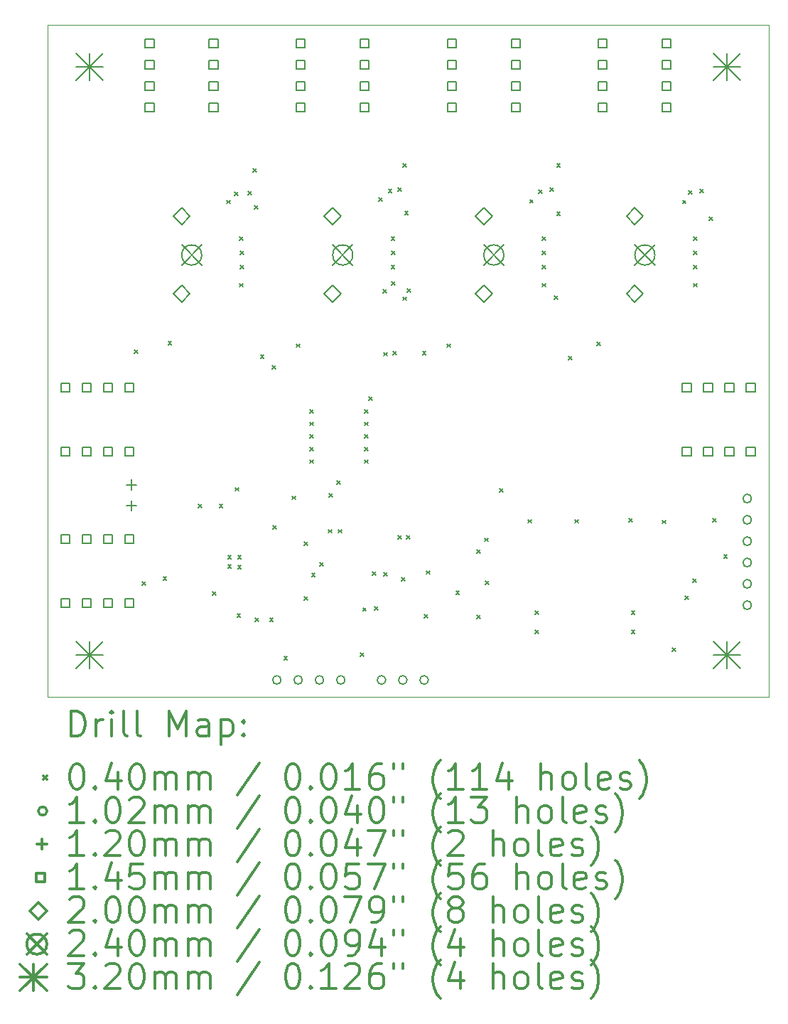
<source format=gbr>
%FSLAX45Y45*%
G04 Gerber Fmt 4.5, Leading zero omitted, Abs format (unit mm)*
G04 Created by KiCad (PCBNEW 5.0.2-bee76a0~70~ubuntu18.04.1) date So 10 Mär 2019 09:39:06 CET*
%MOMM*%
%LPD*%
G01*
G04 APERTURE LIST*
%ADD10C,0.100000*%
%ADD11C,0.200000*%
%ADD12C,0.300000*%
G04 APERTURE END LIST*
D10*
X10400000Y-13800000D02*
X10400000Y-5800000D01*
X19000000Y-13800000D02*
X10400000Y-13800000D01*
X19000000Y-5800000D02*
X19000000Y-13800000D01*
X10400000Y-5800000D02*
X19000000Y-5800000D01*
D11*
X11440000Y-9670000D02*
X11480000Y-9710000D01*
X11480000Y-9670000D02*
X11440000Y-9710000D01*
X11530000Y-12430000D02*
X11570000Y-12470000D01*
X11570000Y-12430000D02*
X11530000Y-12470000D01*
X11780000Y-12370000D02*
X11820000Y-12410000D01*
X11820000Y-12370000D02*
X11780000Y-12410000D01*
X11840000Y-9570000D02*
X11880000Y-9610000D01*
X11880000Y-9570000D02*
X11840000Y-9610000D01*
X12200000Y-11510000D02*
X12240000Y-11550000D01*
X12240000Y-11510000D02*
X12200000Y-11550000D01*
X12370000Y-12550000D02*
X12410000Y-12590000D01*
X12410000Y-12550000D02*
X12370000Y-12590000D01*
X12450000Y-11510000D02*
X12490000Y-11550000D01*
X12490000Y-11510000D02*
X12450000Y-11550000D01*
X12540000Y-7890000D02*
X12580000Y-7930000D01*
X12580000Y-7890000D02*
X12540000Y-7930000D01*
X12550000Y-12230000D02*
X12590000Y-12270000D01*
X12590000Y-12230000D02*
X12550000Y-12270000D01*
X12551250Y-12116250D02*
X12591250Y-12156250D01*
X12591250Y-12116250D02*
X12551250Y-12156250D01*
X12630000Y-7790000D02*
X12670000Y-7830000D01*
X12670000Y-7790000D02*
X12630000Y-7830000D01*
X12640000Y-11310000D02*
X12680000Y-11350000D01*
X12680000Y-11310000D02*
X12640000Y-11350000D01*
X12660000Y-12810000D02*
X12700000Y-12850000D01*
X12700000Y-12810000D02*
X12660000Y-12850000D01*
X12668750Y-12116250D02*
X12708750Y-12156250D01*
X12708750Y-12116250D02*
X12668750Y-12156250D01*
X12668750Y-12233750D02*
X12708750Y-12273750D01*
X12708750Y-12233750D02*
X12668750Y-12273750D01*
X12690000Y-8880000D02*
X12730000Y-8920000D01*
X12730000Y-8880000D02*
X12690000Y-8920000D01*
X12693282Y-8325077D02*
X12733282Y-8365077D01*
X12733282Y-8325077D02*
X12693282Y-8365077D01*
X12696718Y-8495077D02*
X12736718Y-8535077D01*
X12736718Y-8495077D02*
X12696718Y-8535077D01*
X12696718Y-8665077D02*
X12736718Y-8705077D01*
X12736718Y-8665077D02*
X12696718Y-8705077D01*
X12790000Y-7780000D02*
X12830000Y-7820000D01*
X12830000Y-7780000D02*
X12790000Y-7820000D01*
X12850000Y-7510000D02*
X12890000Y-7550000D01*
X12890000Y-7510000D02*
X12850000Y-7550000D01*
X12870000Y-7950000D02*
X12910000Y-7990000D01*
X12910000Y-7950000D02*
X12870000Y-7990000D01*
X12880000Y-12860000D02*
X12920000Y-12900000D01*
X12920000Y-12860000D02*
X12880000Y-12900000D01*
X12940000Y-9730000D02*
X12980000Y-9770000D01*
X12980000Y-9730000D02*
X12940000Y-9770000D01*
X13050000Y-12860000D02*
X13090000Y-12900000D01*
X13090000Y-12860000D02*
X13050000Y-12900000D01*
X13080000Y-9860000D02*
X13120000Y-9900000D01*
X13120000Y-9860000D02*
X13080000Y-9900000D01*
X13090000Y-11760000D02*
X13130000Y-11800000D01*
X13130000Y-11760000D02*
X13090000Y-11800000D01*
X13220000Y-13320000D02*
X13260000Y-13360000D01*
X13260000Y-13320000D02*
X13220000Y-13360000D01*
X13320000Y-11410000D02*
X13360000Y-11450000D01*
X13360000Y-11410000D02*
X13320000Y-11450000D01*
X13370000Y-9600000D02*
X13410000Y-9640000D01*
X13410000Y-9600000D02*
X13370000Y-9640000D01*
X13460000Y-11960000D02*
X13500000Y-12000000D01*
X13500000Y-11960000D02*
X13460000Y-12000000D01*
X13460000Y-12610000D02*
X13500000Y-12650000D01*
X13500000Y-12610000D02*
X13460000Y-12650000D01*
X13530000Y-10380000D02*
X13570000Y-10420000D01*
X13570000Y-10380000D02*
X13530000Y-10420000D01*
X13530000Y-10530000D02*
X13570000Y-10570000D01*
X13570000Y-10530000D02*
X13530000Y-10570000D01*
X13530000Y-10680000D02*
X13570000Y-10720000D01*
X13570000Y-10680000D02*
X13530000Y-10720000D01*
X13530000Y-10830000D02*
X13570000Y-10870000D01*
X13570000Y-10830000D02*
X13530000Y-10870000D01*
X13530000Y-10980000D02*
X13570000Y-11020000D01*
X13570000Y-10980000D02*
X13530000Y-11020000D01*
X13550000Y-12327500D02*
X13590000Y-12367500D01*
X13590000Y-12327500D02*
X13550000Y-12367500D01*
X13650000Y-12200000D02*
X13690000Y-12240000D01*
X13690000Y-12200000D02*
X13650000Y-12240000D01*
X13750000Y-11810000D02*
X13790000Y-11850000D01*
X13790000Y-11810000D02*
X13750000Y-11850000D01*
X13760000Y-11380000D02*
X13800000Y-11420000D01*
X13800000Y-11380000D02*
X13760000Y-11420000D01*
X13850000Y-11230000D02*
X13890000Y-11270000D01*
X13890000Y-11230000D02*
X13850000Y-11270000D01*
X13870000Y-11810000D02*
X13910000Y-11850000D01*
X13910000Y-11810000D02*
X13870000Y-11850000D01*
X14130000Y-13280000D02*
X14170000Y-13320000D01*
X14170000Y-13280000D02*
X14130000Y-13320000D01*
X14160000Y-12740000D02*
X14200000Y-12780000D01*
X14200000Y-12740000D02*
X14160000Y-12780000D01*
X14180000Y-10380000D02*
X14220000Y-10420000D01*
X14220000Y-10380000D02*
X14180000Y-10420000D01*
X14180000Y-10530000D02*
X14220000Y-10570000D01*
X14220000Y-10530000D02*
X14180000Y-10570000D01*
X14180000Y-10680000D02*
X14220000Y-10720000D01*
X14220000Y-10680000D02*
X14180000Y-10720000D01*
X14180000Y-10830000D02*
X14220000Y-10870000D01*
X14220000Y-10830000D02*
X14180000Y-10870000D01*
X14180000Y-10980000D02*
X14220000Y-11020000D01*
X14220000Y-10980000D02*
X14180000Y-11020000D01*
X14230000Y-10230000D02*
X14270000Y-10270000D01*
X14270000Y-10230000D02*
X14230000Y-10270000D01*
X14275500Y-12314500D02*
X14315500Y-12354500D01*
X14315500Y-12314500D02*
X14275500Y-12354500D01*
X14300000Y-12730000D02*
X14340000Y-12770000D01*
X14340000Y-12730000D02*
X14300000Y-12770000D01*
X14350000Y-7860000D02*
X14390000Y-7900000D01*
X14390000Y-7860000D02*
X14350000Y-7900000D01*
X14400000Y-8950000D02*
X14440000Y-8990000D01*
X14440000Y-8950000D02*
X14400000Y-8990000D01*
X14410000Y-9700000D02*
X14450000Y-9740000D01*
X14450000Y-9700000D02*
X14410000Y-9740000D01*
X14410000Y-12320000D02*
X14450000Y-12360000D01*
X14450000Y-12320000D02*
X14410000Y-12360000D01*
X14464031Y-7754964D02*
X14504031Y-7794964D01*
X14504031Y-7754964D02*
X14464031Y-7794964D01*
X14497696Y-8324691D02*
X14537696Y-8364691D01*
X14537696Y-8324691D02*
X14497696Y-8364691D01*
X14497696Y-8664691D02*
X14537696Y-8704691D01*
X14537696Y-8664691D02*
X14497696Y-8704691D01*
X14500000Y-8860000D02*
X14540000Y-8900000D01*
X14540000Y-8860000D02*
X14500000Y-8900000D01*
X14500585Y-8495851D02*
X14540585Y-8535851D01*
X14540585Y-8495851D02*
X14500585Y-8535851D01*
X14520000Y-9690000D02*
X14560000Y-9730000D01*
X14560000Y-9690000D02*
X14520000Y-9730000D01*
X14580000Y-7740000D02*
X14620000Y-7780000D01*
X14620000Y-7740000D02*
X14580000Y-7780000D01*
X14580000Y-11880000D02*
X14620000Y-11920000D01*
X14620000Y-11880000D02*
X14580000Y-11920000D01*
X14620000Y-12380000D02*
X14660000Y-12420000D01*
X14660000Y-12380000D02*
X14620000Y-12420000D01*
X14640000Y-7450000D02*
X14680000Y-7490000D01*
X14680000Y-7450000D02*
X14640000Y-7490000D01*
X14640000Y-9040000D02*
X14680000Y-9080000D01*
X14680000Y-9040000D02*
X14640000Y-9080000D01*
X14660000Y-8020000D02*
X14700000Y-8060000D01*
X14700000Y-8020000D02*
X14660000Y-8060000D01*
X14680000Y-11880000D02*
X14720000Y-11920000D01*
X14720000Y-11880000D02*
X14680000Y-11920000D01*
X14690000Y-8940000D02*
X14730000Y-8980000D01*
X14730000Y-8940000D02*
X14690000Y-8980000D01*
X14870000Y-9690000D02*
X14910000Y-9730000D01*
X14910000Y-9690000D02*
X14870000Y-9730000D01*
X14890000Y-12820000D02*
X14930000Y-12860000D01*
X14930000Y-12820000D02*
X14890000Y-12860000D01*
X14920000Y-12300000D02*
X14960000Y-12340000D01*
X14960000Y-12300000D02*
X14920000Y-12340000D01*
X15160000Y-9600000D02*
X15200000Y-9640000D01*
X15200000Y-9600000D02*
X15160000Y-9640000D01*
X15270000Y-12540000D02*
X15310000Y-12580000D01*
X15310000Y-12540000D02*
X15270000Y-12580000D01*
X15520000Y-12050000D02*
X15560000Y-12090000D01*
X15560000Y-12050000D02*
X15520000Y-12090000D01*
X15520000Y-12830000D02*
X15560000Y-12870000D01*
X15560000Y-12830000D02*
X15520000Y-12870000D01*
X15610000Y-11910000D02*
X15650000Y-11950000D01*
X15650000Y-11910000D02*
X15610000Y-11950000D01*
X15620000Y-12420000D02*
X15660000Y-12460000D01*
X15660000Y-12420000D02*
X15620000Y-12460000D01*
X15790000Y-11320000D02*
X15830000Y-11360000D01*
X15830000Y-11320000D02*
X15790000Y-11360000D01*
X16130000Y-11690000D02*
X16170000Y-11730000D01*
X16170000Y-11690000D02*
X16130000Y-11730000D01*
X16150000Y-7880000D02*
X16190000Y-7920000D01*
X16190000Y-7880000D02*
X16150000Y-7920000D01*
X16210000Y-12780000D02*
X16250000Y-12820000D01*
X16250000Y-12780000D02*
X16210000Y-12820000D01*
X16210000Y-13010000D02*
X16250000Y-13050000D01*
X16250000Y-13010000D02*
X16210000Y-13050000D01*
X16253729Y-7764661D02*
X16293729Y-7804661D01*
X16293729Y-7764661D02*
X16253729Y-7804661D01*
X16297696Y-8324691D02*
X16337696Y-8364691D01*
X16337696Y-8324691D02*
X16297696Y-8364691D01*
X16299415Y-8495851D02*
X16339415Y-8535851D01*
X16339415Y-8495851D02*
X16299415Y-8535851D01*
X16299415Y-8665851D02*
X16339415Y-8705851D01*
X16339415Y-8665851D02*
X16299415Y-8705851D01*
X16300000Y-8880000D02*
X16340000Y-8920000D01*
X16340000Y-8880000D02*
X16300000Y-8920000D01*
X16390000Y-7740000D02*
X16430000Y-7780000D01*
X16430000Y-7740000D02*
X16390000Y-7780000D01*
X16440000Y-9030000D02*
X16480000Y-9070000D01*
X16480000Y-9030000D02*
X16440000Y-9070000D01*
X16470000Y-7450000D02*
X16510000Y-7490000D01*
X16510000Y-7450000D02*
X16470000Y-7490000D01*
X16470000Y-8030000D02*
X16510000Y-8070000D01*
X16510000Y-8030000D02*
X16470000Y-8070000D01*
X16610000Y-9750000D02*
X16650000Y-9790000D01*
X16650000Y-9750000D02*
X16610000Y-9790000D01*
X16690000Y-11690000D02*
X16730000Y-11730000D01*
X16730000Y-11690000D02*
X16690000Y-11730000D01*
X16950000Y-9580000D02*
X16990000Y-9620000D01*
X16990000Y-9580000D02*
X16950000Y-9620000D01*
X17330000Y-11680000D02*
X17370000Y-11720000D01*
X17370000Y-11680000D02*
X17330000Y-11720000D01*
X17360000Y-12780000D02*
X17400000Y-12820000D01*
X17400000Y-12780000D02*
X17360000Y-12820000D01*
X17360000Y-13010000D02*
X17400000Y-13050000D01*
X17400000Y-13010000D02*
X17360000Y-13050000D01*
X17730000Y-11700000D02*
X17770000Y-11740000D01*
X17770000Y-11700000D02*
X17730000Y-11740000D01*
X17850000Y-13220000D02*
X17890000Y-13260000D01*
X17890000Y-13220000D02*
X17850000Y-13260000D01*
X17970000Y-7890000D02*
X18010000Y-7930000D01*
X18010000Y-7890000D02*
X17970000Y-7930000D01*
X18000000Y-12600000D02*
X18040000Y-12640000D01*
X18040000Y-12600000D02*
X18000000Y-12640000D01*
X18041305Y-7772610D02*
X18081305Y-7812610D01*
X18081305Y-7772610D02*
X18041305Y-7812610D01*
X18090000Y-12395000D02*
X18130000Y-12435000D01*
X18130000Y-12395000D02*
X18090000Y-12435000D01*
X18099415Y-8325851D02*
X18139415Y-8365851D01*
X18139415Y-8325851D02*
X18099415Y-8365851D01*
X18099415Y-8495851D02*
X18139415Y-8535851D01*
X18139415Y-8495851D02*
X18099415Y-8535851D01*
X18100000Y-8880000D02*
X18140000Y-8920000D01*
X18140000Y-8880000D02*
X18100000Y-8920000D01*
X18100126Y-8666176D02*
X18140126Y-8706176D01*
X18140126Y-8666176D02*
X18100126Y-8706176D01*
X18180000Y-7760000D02*
X18220000Y-7800000D01*
X18220000Y-7760000D02*
X18180000Y-7800000D01*
X18290000Y-8090000D02*
X18330000Y-8130000D01*
X18330000Y-8090000D02*
X18290000Y-8130000D01*
X18330000Y-11680000D02*
X18370000Y-11720000D01*
X18370000Y-11680000D02*
X18330000Y-11720000D01*
X18460000Y-12110000D02*
X18500000Y-12150000D01*
X18500000Y-12110000D02*
X18460000Y-12150000D01*
X14432800Y-13600000D02*
G75*
G03X14432800Y-13600000I-50800J0D01*
G01*
X14686800Y-13600000D02*
G75*
G03X14686800Y-13600000I-50800J0D01*
G01*
X14940800Y-13600000D02*
G75*
G03X14940800Y-13600000I-50800J0D01*
G01*
X13185800Y-13600000D02*
G75*
G03X13185800Y-13600000I-50800J0D01*
G01*
X13439800Y-13600000D02*
G75*
G03X13439800Y-13600000I-50800J0D01*
G01*
X13693800Y-13600000D02*
G75*
G03X13693800Y-13600000I-50800J0D01*
G01*
X13947800Y-13600000D02*
G75*
G03X13947800Y-13600000I-50800J0D01*
G01*
X18790800Y-11440000D02*
G75*
G03X18790800Y-11440000I-50800J0D01*
G01*
X18790800Y-11694000D02*
G75*
G03X18790800Y-11694000I-50800J0D01*
G01*
X18790800Y-11948000D02*
G75*
G03X18790800Y-11948000I-50800J0D01*
G01*
X18790800Y-12202000D02*
G75*
G03X18790800Y-12202000I-50800J0D01*
G01*
X18790800Y-12456000D02*
G75*
G03X18790800Y-12456000I-50800J0D01*
G01*
X18790800Y-12710000D02*
G75*
G03X18790800Y-12710000I-50800J0D01*
G01*
X11400000Y-11215000D02*
X11400000Y-11335000D01*
X11340000Y-11275000D02*
X11460000Y-11275000D01*
X11400000Y-11465000D02*
X11400000Y-11585000D01*
X11340000Y-11525000D02*
X11460000Y-11525000D01*
X18070266Y-10170266D02*
X18070266Y-10067734D01*
X17967734Y-10067734D01*
X17967734Y-10170266D01*
X18070266Y-10170266D01*
X18070266Y-10932266D02*
X18070266Y-10829734D01*
X17967734Y-10829734D01*
X17967734Y-10932266D01*
X18070266Y-10932266D01*
X18324266Y-10170266D02*
X18324266Y-10067734D01*
X18221734Y-10067734D01*
X18221734Y-10170266D01*
X18324266Y-10170266D01*
X18324266Y-10932266D02*
X18324266Y-10829734D01*
X18221734Y-10829734D01*
X18221734Y-10932266D01*
X18324266Y-10932266D01*
X18578266Y-10170266D02*
X18578266Y-10067734D01*
X18475734Y-10067734D01*
X18475734Y-10170266D01*
X18578266Y-10170266D01*
X18578266Y-10932266D02*
X18578266Y-10829734D01*
X18475734Y-10829734D01*
X18475734Y-10932266D01*
X18578266Y-10932266D01*
X18832266Y-10170266D02*
X18832266Y-10067734D01*
X18729734Y-10067734D01*
X18729734Y-10170266D01*
X18832266Y-10170266D01*
X18832266Y-10932266D02*
X18832266Y-10829734D01*
X18729734Y-10829734D01*
X18729734Y-10932266D01*
X18832266Y-10932266D01*
X10670266Y-10170266D02*
X10670266Y-10067734D01*
X10567734Y-10067734D01*
X10567734Y-10170266D01*
X10670266Y-10170266D01*
X10670266Y-10932266D02*
X10670266Y-10829734D01*
X10567734Y-10829734D01*
X10567734Y-10932266D01*
X10670266Y-10932266D01*
X10924266Y-10170266D02*
X10924266Y-10067734D01*
X10821734Y-10067734D01*
X10821734Y-10170266D01*
X10924266Y-10170266D01*
X10924266Y-10932266D02*
X10924266Y-10829734D01*
X10821734Y-10829734D01*
X10821734Y-10932266D01*
X10924266Y-10932266D01*
X11178266Y-10170266D02*
X11178266Y-10067734D01*
X11075734Y-10067734D01*
X11075734Y-10170266D01*
X11178266Y-10170266D01*
X11178266Y-10932266D02*
X11178266Y-10829734D01*
X11075734Y-10829734D01*
X11075734Y-10932266D01*
X11178266Y-10932266D01*
X11432266Y-10170266D02*
X11432266Y-10067734D01*
X11329734Y-10067734D01*
X11329734Y-10170266D01*
X11432266Y-10170266D01*
X11432266Y-10932266D02*
X11432266Y-10829734D01*
X11329734Y-10829734D01*
X11329734Y-10932266D01*
X11432266Y-10932266D01*
X17070266Y-6070266D02*
X17070266Y-5967734D01*
X16967734Y-5967734D01*
X16967734Y-6070266D01*
X17070266Y-6070266D01*
X17070266Y-6324266D02*
X17070266Y-6221734D01*
X16967734Y-6221734D01*
X16967734Y-6324266D01*
X17070266Y-6324266D01*
X17070266Y-6578266D02*
X17070266Y-6475734D01*
X16967734Y-6475734D01*
X16967734Y-6578266D01*
X17070266Y-6578266D01*
X17070266Y-6832266D02*
X17070266Y-6729734D01*
X16967734Y-6729734D01*
X16967734Y-6832266D01*
X17070266Y-6832266D01*
X17832266Y-6070266D02*
X17832266Y-5967734D01*
X17729734Y-5967734D01*
X17729734Y-6070266D01*
X17832266Y-6070266D01*
X17832266Y-6324266D02*
X17832266Y-6221734D01*
X17729734Y-6221734D01*
X17729734Y-6324266D01*
X17832266Y-6324266D01*
X17832266Y-6578266D02*
X17832266Y-6475734D01*
X17729734Y-6475734D01*
X17729734Y-6578266D01*
X17832266Y-6578266D01*
X17832266Y-6832266D02*
X17832266Y-6729734D01*
X17729734Y-6729734D01*
X17729734Y-6832266D01*
X17832266Y-6832266D01*
X15270266Y-6070266D02*
X15270266Y-5967734D01*
X15167734Y-5967734D01*
X15167734Y-6070266D01*
X15270266Y-6070266D01*
X15270266Y-6324266D02*
X15270266Y-6221734D01*
X15167734Y-6221734D01*
X15167734Y-6324266D01*
X15270266Y-6324266D01*
X15270266Y-6578266D02*
X15270266Y-6475734D01*
X15167734Y-6475734D01*
X15167734Y-6578266D01*
X15270266Y-6578266D01*
X15270266Y-6832266D02*
X15270266Y-6729734D01*
X15167734Y-6729734D01*
X15167734Y-6832266D01*
X15270266Y-6832266D01*
X16032266Y-6070266D02*
X16032266Y-5967734D01*
X15929734Y-5967734D01*
X15929734Y-6070266D01*
X16032266Y-6070266D01*
X16032266Y-6324266D02*
X16032266Y-6221734D01*
X15929734Y-6221734D01*
X15929734Y-6324266D01*
X16032266Y-6324266D01*
X16032266Y-6578266D02*
X16032266Y-6475734D01*
X15929734Y-6475734D01*
X15929734Y-6578266D01*
X16032266Y-6578266D01*
X16032266Y-6832266D02*
X16032266Y-6729734D01*
X15929734Y-6729734D01*
X15929734Y-6832266D01*
X16032266Y-6832266D01*
X13470266Y-6070266D02*
X13470266Y-5967734D01*
X13367734Y-5967734D01*
X13367734Y-6070266D01*
X13470266Y-6070266D01*
X13470266Y-6324266D02*
X13470266Y-6221734D01*
X13367734Y-6221734D01*
X13367734Y-6324266D01*
X13470266Y-6324266D01*
X13470266Y-6578266D02*
X13470266Y-6475734D01*
X13367734Y-6475734D01*
X13367734Y-6578266D01*
X13470266Y-6578266D01*
X13470266Y-6832266D02*
X13470266Y-6729734D01*
X13367734Y-6729734D01*
X13367734Y-6832266D01*
X13470266Y-6832266D01*
X14232266Y-6070266D02*
X14232266Y-5967734D01*
X14129734Y-5967734D01*
X14129734Y-6070266D01*
X14232266Y-6070266D01*
X14232266Y-6324266D02*
X14232266Y-6221734D01*
X14129734Y-6221734D01*
X14129734Y-6324266D01*
X14232266Y-6324266D01*
X14232266Y-6578266D02*
X14232266Y-6475734D01*
X14129734Y-6475734D01*
X14129734Y-6578266D01*
X14232266Y-6578266D01*
X14232266Y-6832266D02*
X14232266Y-6729734D01*
X14129734Y-6729734D01*
X14129734Y-6832266D01*
X14232266Y-6832266D01*
X11670266Y-6070266D02*
X11670266Y-5967734D01*
X11567734Y-5967734D01*
X11567734Y-6070266D01*
X11670266Y-6070266D01*
X11670266Y-6324266D02*
X11670266Y-6221734D01*
X11567734Y-6221734D01*
X11567734Y-6324266D01*
X11670266Y-6324266D01*
X11670266Y-6578266D02*
X11670266Y-6475734D01*
X11567734Y-6475734D01*
X11567734Y-6578266D01*
X11670266Y-6578266D01*
X11670266Y-6832266D02*
X11670266Y-6729734D01*
X11567734Y-6729734D01*
X11567734Y-6832266D01*
X11670266Y-6832266D01*
X12432266Y-6070266D02*
X12432266Y-5967734D01*
X12329734Y-5967734D01*
X12329734Y-6070266D01*
X12432266Y-6070266D01*
X12432266Y-6324266D02*
X12432266Y-6221734D01*
X12329734Y-6221734D01*
X12329734Y-6324266D01*
X12432266Y-6324266D01*
X12432266Y-6578266D02*
X12432266Y-6475734D01*
X12329734Y-6475734D01*
X12329734Y-6578266D01*
X12432266Y-6578266D01*
X12432266Y-6832266D02*
X12432266Y-6729734D01*
X12329734Y-6729734D01*
X12329734Y-6832266D01*
X12432266Y-6832266D01*
X10670266Y-11970266D02*
X10670266Y-11867734D01*
X10567734Y-11867734D01*
X10567734Y-11970266D01*
X10670266Y-11970266D01*
X10670266Y-12732266D02*
X10670266Y-12629734D01*
X10567734Y-12629734D01*
X10567734Y-12732266D01*
X10670266Y-12732266D01*
X10924266Y-11970266D02*
X10924266Y-11867734D01*
X10821734Y-11867734D01*
X10821734Y-11970266D01*
X10924266Y-11970266D01*
X10924266Y-12732266D02*
X10924266Y-12629734D01*
X10821734Y-12629734D01*
X10821734Y-12732266D01*
X10924266Y-12732266D01*
X11178266Y-11970266D02*
X11178266Y-11867734D01*
X11075734Y-11867734D01*
X11075734Y-11970266D01*
X11178266Y-11970266D01*
X11178266Y-12732266D02*
X11178266Y-12629734D01*
X11075734Y-12629734D01*
X11075734Y-12732266D01*
X11178266Y-12732266D01*
X11432266Y-11970266D02*
X11432266Y-11867734D01*
X11329734Y-11867734D01*
X11329734Y-11970266D01*
X11432266Y-11970266D01*
X11432266Y-12732266D02*
X11432266Y-12629734D01*
X11329734Y-12629734D01*
X11329734Y-12732266D01*
X11432266Y-12732266D01*
X15600000Y-8180000D02*
X15700000Y-8080000D01*
X15600000Y-7980000D01*
X15500000Y-8080000D01*
X15600000Y-8180000D01*
X15600000Y-9100000D02*
X15700000Y-9000000D01*
X15600000Y-8900000D01*
X15500000Y-9000000D01*
X15600000Y-9100000D01*
X12000000Y-8180000D02*
X12100000Y-8080000D01*
X12000000Y-7980000D01*
X11900000Y-8080000D01*
X12000000Y-8180000D01*
X12000000Y-9100000D02*
X12100000Y-9000000D01*
X12000000Y-8900000D01*
X11900000Y-9000000D01*
X12000000Y-9100000D01*
X17400000Y-8180000D02*
X17500000Y-8080000D01*
X17400000Y-7980000D01*
X17300000Y-8080000D01*
X17400000Y-8180000D01*
X17400000Y-9100000D02*
X17500000Y-9000000D01*
X17400000Y-8900000D01*
X17300000Y-9000000D01*
X17400000Y-9100000D01*
X13800000Y-8180000D02*
X13900000Y-8080000D01*
X13800000Y-7980000D01*
X13700000Y-8080000D01*
X13800000Y-8180000D01*
X13800000Y-9100000D02*
X13900000Y-9000000D01*
X13800000Y-8900000D01*
X13700000Y-9000000D01*
X13800000Y-9100000D01*
X15600000Y-8420000D02*
X15840000Y-8660000D01*
X15840000Y-8420000D02*
X15600000Y-8660000D01*
X15840000Y-8540000D02*
G75*
G03X15840000Y-8540000I-120000J0D01*
G01*
X12000000Y-8420000D02*
X12240000Y-8660000D01*
X12240000Y-8420000D02*
X12000000Y-8660000D01*
X12240000Y-8540000D02*
G75*
G03X12240000Y-8540000I-120000J0D01*
G01*
X17400000Y-8420000D02*
X17640000Y-8660000D01*
X17640000Y-8420000D02*
X17400000Y-8660000D01*
X17640000Y-8540000D02*
G75*
G03X17640000Y-8540000I-120000J0D01*
G01*
X13800000Y-8420000D02*
X14040000Y-8660000D01*
X14040000Y-8420000D02*
X13800000Y-8660000D01*
X14040000Y-8540000D02*
G75*
G03X14040000Y-8540000I-120000J0D01*
G01*
X10740000Y-6140000D02*
X11060000Y-6460000D01*
X11060000Y-6140000D02*
X10740000Y-6460000D01*
X10900000Y-6140000D02*
X10900000Y-6460000D01*
X10740000Y-6300000D02*
X11060000Y-6300000D01*
X10740000Y-13140000D02*
X11060000Y-13460000D01*
X11060000Y-13140000D02*
X10740000Y-13460000D01*
X10900000Y-13140000D02*
X10900000Y-13460000D01*
X10740000Y-13300000D02*
X11060000Y-13300000D01*
X18340000Y-6140000D02*
X18660000Y-6460000D01*
X18660000Y-6140000D02*
X18340000Y-6460000D01*
X18500000Y-6140000D02*
X18500000Y-6460000D01*
X18340000Y-6300000D02*
X18660000Y-6300000D01*
X18340000Y-13140000D02*
X18660000Y-13460000D01*
X18660000Y-13140000D02*
X18340000Y-13460000D01*
X18500000Y-13140000D02*
X18500000Y-13460000D01*
X18340000Y-13300000D02*
X18660000Y-13300000D01*
D12*
X10681428Y-14270714D02*
X10681428Y-13970714D01*
X10752857Y-13970714D01*
X10795714Y-13985000D01*
X10824286Y-14013571D01*
X10838571Y-14042143D01*
X10852857Y-14099286D01*
X10852857Y-14142143D01*
X10838571Y-14199286D01*
X10824286Y-14227857D01*
X10795714Y-14256429D01*
X10752857Y-14270714D01*
X10681428Y-14270714D01*
X10981428Y-14270714D02*
X10981428Y-14070714D01*
X10981428Y-14127857D02*
X10995714Y-14099286D01*
X11010000Y-14085000D01*
X11038571Y-14070714D01*
X11067143Y-14070714D01*
X11167143Y-14270714D02*
X11167143Y-14070714D01*
X11167143Y-13970714D02*
X11152857Y-13985000D01*
X11167143Y-13999286D01*
X11181428Y-13985000D01*
X11167143Y-13970714D01*
X11167143Y-13999286D01*
X11352857Y-14270714D02*
X11324286Y-14256429D01*
X11310000Y-14227857D01*
X11310000Y-13970714D01*
X11510000Y-14270714D02*
X11481428Y-14256429D01*
X11467143Y-14227857D01*
X11467143Y-13970714D01*
X11852857Y-14270714D02*
X11852857Y-13970714D01*
X11952857Y-14185000D01*
X12052857Y-13970714D01*
X12052857Y-14270714D01*
X12324286Y-14270714D02*
X12324286Y-14113571D01*
X12310000Y-14085000D01*
X12281428Y-14070714D01*
X12224286Y-14070714D01*
X12195714Y-14085000D01*
X12324286Y-14256429D02*
X12295714Y-14270714D01*
X12224286Y-14270714D01*
X12195714Y-14256429D01*
X12181428Y-14227857D01*
X12181428Y-14199286D01*
X12195714Y-14170714D01*
X12224286Y-14156429D01*
X12295714Y-14156429D01*
X12324286Y-14142143D01*
X12467143Y-14070714D02*
X12467143Y-14370714D01*
X12467143Y-14085000D02*
X12495714Y-14070714D01*
X12552857Y-14070714D01*
X12581428Y-14085000D01*
X12595714Y-14099286D01*
X12610000Y-14127857D01*
X12610000Y-14213571D01*
X12595714Y-14242143D01*
X12581428Y-14256429D01*
X12552857Y-14270714D01*
X12495714Y-14270714D01*
X12467143Y-14256429D01*
X12738571Y-14242143D02*
X12752857Y-14256429D01*
X12738571Y-14270714D01*
X12724286Y-14256429D01*
X12738571Y-14242143D01*
X12738571Y-14270714D01*
X12738571Y-14085000D02*
X12752857Y-14099286D01*
X12738571Y-14113571D01*
X12724286Y-14099286D01*
X12738571Y-14085000D01*
X12738571Y-14113571D01*
X10355000Y-14745000D02*
X10395000Y-14785000D01*
X10395000Y-14745000D02*
X10355000Y-14785000D01*
X10738571Y-14600714D02*
X10767143Y-14600714D01*
X10795714Y-14615000D01*
X10810000Y-14629286D01*
X10824286Y-14657857D01*
X10838571Y-14715000D01*
X10838571Y-14786429D01*
X10824286Y-14843571D01*
X10810000Y-14872143D01*
X10795714Y-14886429D01*
X10767143Y-14900714D01*
X10738571Y-14900714D01*
X10710000Y-14886429D01*
X10695714Y-14872143D01*
X10681428Y-14843571D01*
X10667143Y-14786429D01*
X10667143Y-14715000D01*
X10681428Y-14657857D01*
X10695714Y-14629286D01*
X10710000Y-14615000D01*
X10738571Y-14600714D01*
X10967143Y-14872143D02*
X10981428Y-14886429D01*
X10967143Y-14900714D01*
X10952857Y-14886429D01*
X10967143Y-14872143D01*
X10967143Y-14900714D01*
X11238571Y-14700714D02*
X11238571Y-14900714D01*
X11167143Y-14586429D02*
X11095714Y-14800714D01*
X11281428Y-14800714D01*
X11452857Y-14600714D02*
X11481428Y-14600714D01*
X11510000Y-14615000D01*
X11524286Y-14629286D01*
X11538571Y-14657857D01*
X11552857Y-14715000D01*
X11552857Y-14786429D01*
X11538571Y-14843571D01*
X11524286Y-14872143D01*
X11510000Y-14886429D01*
X11481428Y-14900714D01*
X11452857Y-14900714D01*
X11424286Y-14886429D01*
X11410000Y-14872143D01*
X11395714Y-14843571D01*
X11381428Y-14786429D01*
X11381428Y-14715000D01*
X11395714Y-14657857D01*
X11410000Y-14629286D01*
X11424286Y-14615000D01*
X11452857Y-14600714D01*
X11681428Y-14900714D02*
X11681428Y-14700714D01*
X11681428Y-14729286D02*
X11695714Y-14715000D01*
X11724286Y-14700714D01*
X11767143Y-14700714D01*
X11795714Y-14715000D01*
X11810000Y-14743571D01*
X11810000Y-14900714D01*
X11810000Y-14743571D02*
X11824286Y-14715000D01*
X11852857Y-14700714D01*
X11895714Y-14700714D01*
X11924286Y-14715000D01*
X11938571Y-14743571D01*
X11938571Y-14900714D01*
X12081428Y-14900714D02*
X12081428Y-14700714D01*
X12081428Y-14729286D02*
X12095714Y-14715000D01*
X12124286Y-14700714D01*
X12167143Y-14700714D01*
X12195714Y-14715000D01*
X12210000Y-14743571D01*
X12210000Y-14900714D01*
X12210000Y-14743571D02*
X12224286Y-14715000D01*
X12252857Y-14700714D01*
X12295714Y-14700714D01*
X12324286Y-14715000D01*
X12338571Y-14743571D01*
X12338571Y-14900714D01*
X12924286Y-14586429D02*
X12667143Y-14972143D01*
X13310000Y-14600714D02*
X13338571Y-14600714D01*
X13367143Y-14615000D01*
X13381428Y-14629286D01*
X13395714Y-14657857D01*
X13410000Y-14715000D01*
X13410000Y-14786429D01*
X13395714Y-14843571D01*
X13381428Y-14872143D01*
X13367143Y-14886429D01*
X13338571Y-14900714D01*
X13310000Y-14900714D01*
X13281428Y-14886429D01*
X13267143Y-14872143D01*
X13252857Y-14843571D01*
X13238571Y-14786429D01*
X13238571Y-14715000D01*
X13252857Y-14657857D01*
X13267143Y-14629286D01*
X13281428Y-14615000D01*
X13310000Y-14600714D01*
X13538571Y-14872143D02*
X13552857Y-14886429D01*
X13538571Y-14900714D01*
X13524286Y-14886429D01*
X13538571Y-14872143D01*
X13538571Y-14900714D01*
X13738571Y-14600714D02*
X13767143Y-14600714D01*
X13795714Y-14615000D01*
X13810000Y-14629286D01*
X13824286Y-14657857D01*
X13838571Y-14715000D01*
X13838571Y-14786429D01*
X13824286Y-14843571D01*
X13810000Y-14872143D01*
X13795714Y-14886429D01*
X13767143Y-14900714D01*
X13738571Y-14900714D01*
X13710000Y-14886429D01*
X13695714Y-14872143D01*
X13681428Y-14843571D01*
X13667143Y-14786429D01*
X13667143Y-14715000D01*
X13681428Y-14657857D01*
X13695714Y-14629286D01*
X13710000Y-14615000D01*
X13738571Y-14600714D01*
X14124286Y-14900714D02*
X13952857Y-14900714D01*
X14038571Y-14900714D02*
X14038571Y-14600714D01*
X14010000Y-14643571D01*
X13981428Y-14672143D01*
X13952857Y-14686429D01*
X14381428Y-14600714D02*
X14324286Y-14600714D01*
X14295714Y-14615000D01*
X14281428Y-14629286D01*
X14252857Y-14672143D01*
X14238571Y-14729286D01*
X14238571Y-14843571D01*
X14252857Y-14872143D01*
X14267143Y-14886429D01*
X14295714Y-14900714D01*
X14352857Y-14900714D01*
X14381428Y-14886429D01*
X14395714Y-14872143D01*
X14410000Y-14843571D01*
X14410000Y-14772143D01*
X14395714Y-14743571D01*
X14381428Y-14729286D01*
X14352857Y-14715000D01*
X14295714Y-14715000D01*
X14267143Y-14729286D01*
X14252857Y-14743571D01*
X14238571Y-14772143D01*
X14524286Y-14600714D02*
X14524286Y-14657857D01*
X14638571Y-14600714D02*
X14638571Y-14657857D01*
X15081428Y-15015000D02*
X15067143Y-15000714D01*
X15038571Y-14957857D01*
X15024286Y-14929286D01*
X15010000Y-14886429D01*
X14995714Y-14815000D01*
X14995714Y-14757857D01*
X15010000Y-14686429D01*
X15024286Y-14643571D01*
X15038571Y-14615000D01*
X15067143Y-14572143D01*
X15081428Y-14557857D01*
X15352857Y-14900714D02*
X15181428Y-14900714D01*
X15267143Y-14900714D02*
X15267143Y-14600714D01*
X15238571Y-14643571D01*
X15210000Y-14672143D01*
X15181428Y-14686429D01*
X15638571Y-14900714D02*
X15467143Y-14900714D01*
X15552857Y-14900714D02*
X15552857Y-14600714D01*
X15524286Y-14643571D01*
X15495714Y-14672143D01*
X15467143Y-14686429D01*
X15895714Y-14700714D02*
X15895714Y-14900714D01*
X15824286Y-14586429D02*
X15752857Y-14800714D01*
X15938571Y-14800714D01*
X16281428Y-14900714D02*
X16281428Y-14600714D01*
X16410000Y-14900714D02*
X16410000Y-14743571D01*
X16395714Y-14715000D01*
X16367143Y-14700714D01*
X16324286Y-14700714D01*
X16295714Y-14715000D01*
X16281428Y-14729286D01*
X16595714Y-14900714D02*
X16567143Y-14886429D01*
X16552857Y-14872143D01*
X16538571Y-14843571D01*
X16538571Y-14757857D01*
X16552857Y-14729286D01*
X16567143Y-14715000D01*
X16595714Y-14700714D01*
X16638571Y-14700714D01*
X16667143Y-14715000D01*
X16681428Y-14729286D01*
X16695714Y-14757857D01*
X16695714Y-14843571D01*
X16681428Y-14872143D01*
X16667143Y-14886429D01*
X16638571Y-14900714D01*
X16595714Y-14900714D01*
X16867143Y-14900714D02*
X16838571Y-14886429D01*
X16824286Y-14857857D01*
X16824286Y-14600714D01*
X17095714Y-14886429D02*
X17067143Y-14900714D01*
X17010000Y-14900714D01*
X16981428Y-14886429D01*
X16967143Y-14857857D01*
X16967143Y-14743571D01*
X16981428Y-14715000D01*
X17010000Y-14700714D01*
X17067143Y-14700714D01*
X17095714Y-14715000D01*
X17110000Y-14743571D01*
X17110000Y-14772143D01*
X16967143Y-14800714D01*
X17224286Y-14886429D02*
X17252857Y-14900714D01*
X17310000Y-14900714D01*
X17338571Y-14886429D01*
X17352857Y-14857857D01*
X17352857Y-14843571D01*
X17338571Y-14815000D01*
X17310000Y-14800714D01*
X17267143Y-14800714D01*
X17238571Y-14786429D01*
X17224286Y-14757857D01*
X17224286Y-14743571D01*
X17238571Y-14715000D01*
X17267143Y-14700714D01*
X17310000Y-14700714D01*
X17338571Y-14715000D01*
X17452857Y-15015000D02*
X17467143Y-15000714D01*
X17495714Y-14957857D01*
X17510000Y-14929286D01*
X17524286Y-14886429D01*
X17538571Y-14815000D01*
X17538571Y-14757857D01*
X17524286Y-14686429D01*
X17510000Y-14643571D01*
X17495714Y-14615000D01*
X17467143Y-14572143D01*
X17452857Y-14557857D01*
X10395000Y-15161000D02*
G75*
G03X10395000Y-15161000I-50800J0D01*
G01*
X10838571Y-15296714D02*
X10667143Y-15296714D01*
X10752857Y-15296714D02*
X10752857Y-14996714D01*
X10724286Y-15039571D01*
X10695714Y-15068143D01*
X10667143Y-15082429D01*
X10967143Y-15268143D02*
X10981428Y-15282429D01*
X10967143Y-15296714D01*
X10952857Y-15282429D01*
X10967143Y-15268143D01*
X10967143Y-15296714D01*
X11167143Y-14996714D02*
X11195714Y-14996714D01*
X11224286Y-15011000D01*
X11238571Y-15025286D01*
X11252857Y-15053857D01*
X11267143Y-15111000D01*
X11267143Y-15182429D01*
X11252857Y-15239571D01*
X11238571Y-15268143D01*
X11224286Y-15282429D01*
X11195714Y-15296714D01*
X11167143Y-15296714D01*
X11138571Y-15282429D01*
X11124286Y-15268143D01*
X11110000Y-15239571D01*
X11095714Y-15182429D01*
X11095714Y-15111000D01*
X11110000Y-15053857D01*
X11124286Y-15025286D01*
X11138571Y-15011000D01*
X11167143Y-14996714D01*
X11381428Y-15025286D02*
X11395714Y-15011000D01*
X11424286Y-14996714D01*
X11495714Y-14996714D01*
X11524286Y-15011000D01*
X11538571Y-15025286D01*
X11552857Y-15053857D01*
X11552857Y-15082429D01*
X11538571Y-15125286D01*
X11367143Y-15296714D01*
X11552857Y-15296714D01*
X11681428Y-15296714D02*
X11681428Y-15096714D01*
X11681428Y-15125286D02*
X11695714Y-15111000D01*
X11724286Y-15096714D01*
X11767143Y-15096714D01*
X11795714Y-15111000D01*
X11810000Y-15139571D01*
X11810000Y-15296714D01*
X11810000Y-15139571D02*
X11824286Y-15111000D01*
X11852857Y-15096714D01*
X11895714Y-15096714D01*
X11924286Y-15111000D01*
X11938571Y-15139571D01*
X11938571Y-15296714D01*
X12081428Y-15296714D02*
X12081428Y-15096714D01*
X12081428Y-15125286D02*
X12095714Y-15111000D01*
X12124286Y-15096714D01*
X12167143Y-15096714D01*
X12195714Y-15111000D01*
X12210000Y-15139571D01*
X12210000Y-15296714D01*
X12210000Y-15139571D02*
X12224286Y-15111000D01*
X12252857Y-15096714D01*
X12295714Y-15096714D01*
X12324286Y-15111000D01*
X12338571Y-15139571D01*
X12338571Y-15296714D01*
X12924286Y-14982429D02*
X12667143Y-15368143D01*
X13310000Y-14996714D02*
X13338571Y-14996714D01*
X13367143Y-15011000D01*
X13381428Y-15025286D01*
X13395714Y-15053857D01*
X13410000Y-15111000D01*
X13410000Y-15182429D01*
X13395714Y-15239571D01*
X13381428Y-15268143D01*
X13367143Y-15282429D01*
X13338571Y-15296714D01*
X13310000Y-15296714D01*
X13281428Y-15282429D01*
X13267143Y-15268143D01*
X13252857Y-15239571D01*
X13238571Y-15182429D01*
X13238571Y-15111000D01*
X13252857Y-15053857D01*
X13267143Y-15025286D01*
X13281428Y-15011000D01*
X13310000Y-14996714D01*
X13538571Y-15268143D02*
X13552857Y-15282429D01*
X13538571Y-15296714D01*
X13524286Y-15282429D01*
X13538571Y-15268143D01*
X13538571Y-15296714D01*
X13738571Y-14996714D02*
X13767143Y-14996714D01*
X13795714Y-15011000D01*
X13810000Y-15025286D01*
X13824286Y-15053857D01*
X13838571Y-15111000D01*
X13838571Y-15182429D01*
X13824286Y-15239571D01*
X13810000Y-15268143D01*
X13795714Y-15282429D01*
X13767143Y-15296714D01*
X13738571Y-15296714D01*
X13710000Y-15282429D01*
X13695714Y-15268143D01*
X13681428Y-15239571D01*
X13667143Y-15182429D01*
X13667143Y-15111000D01*
X13681428Y-15053857D01*
X13695714Y-15025286D01*
X13710000Y-15011000D01*
X13738571Y-14996714D01*
X14095714Y-15096714D02*
X14095714Y-15296714D01*
X14024286Y-14982429D02*
X13952857Y-15196714D01*
X14138571Y-15196714D01*
X14310000Y-14996714D02*
X14338571Y-14996714D01*
X14367143Y-15011000D01*
X14381428Y-15025286D01*
X14395714Y-15053857D01*
X14410000Y-15111000D01*
X14410000Y-15182429D01*
X14395714Y-15239571D01*
X14381428Y-15268143D01*
X14367143Y-15282429D01*
X14338571Y-15296714D01*
X14310000Y-15296714D01*
X14281428Y-15282429D01*
X14267143Y-15268143D01*
X14252857Y-15239571D01*
X14238571Y-15182429D01*
X14238571Y-15111000D01*
X14252857Y-15053857D01*
X14267143Y-15025286D01*
X14281428Y-15011000D01*
X14310000Y-14996714D01*
X14524286Y-14996714D02*
X14524286Y-15053857D01*
X14638571Y-14996714D02*
X14638571Y-15053857D01*
X15081428Y-15411000D02*
X15067143Y-15396714D01*
X15038571Y-15353857D01*
X15024286Y-15325286D01*
X15010000Y-15282429D01*
X14995714Y-15211000D01*
X14995714Y-15153857D01*
X15010000Y-15082429D01*
X15024286Y-15039571D01*
X15038571Y-15011000D01*
X15067143Y-14968143D01*
X15081428Y-14953857D01*
X15352857Y-15296714D02*
X15181428Y-15296714D01*
X15267143Y-15296714D02*
X15267143Y-14996714D01*
X15238571Y-15039571D01*
X15210000Y-15068143D01*
X15181428Y-15082429D01*
X15452857Y-14996714D02*
X15638571Y-14996714D01*
X15538571Y-15111000D01*
X15581428Y-15111000D01*
X15610000Y-15125286D01*
X15624286Y-15139571D01*
X15638571Y-15168143D01*
X15638571Y-15239571D01*
X15624286Y-15268143D01*
X15610000Y-15282429D01*
X15581428Y-15296714D01*
X15495714Y-15296714D01*
X15467143Y-15282429D01*
X15452857Y-15268143D01*
X15995714Y-15296714D02*
X15995714Y-14996714D01*
X16124286Y-15296714D02*
X16124286Y-15139571D01*
X16110000Y-15111000D01*
X16081428Y-15096714D01*
X16038571Y-15096714D01*
X16010000Y-15111000D01*
X15995714Y-15125286D01*
X16310000Y-15296714D02*
X16281428Y-15282429D01*
X16267143Y-15268143D01*
X16252857Y-15239571D01*
X16252857Y-15153857D01*
X16267143Y-15125286D01*
X16281428Y-15111000D01*
X16310000Y-15096714D01*
X16352857Y-15096714D01*
X16381428Y-15111000D01*
X16395714Y-15125286D01*
X16410000Y-15153857D01*
X16410000Y-15239571D01*
X16395714Y-15268143D01*
X16381428Y-15282429D01*
X16352857Y-15296714D01*
X16310000Y-15296714D01*
X16581428Y-15296714D02*
X16552857Y-15282429D01*
X16538571Y-15253857D01*
X16538571Y-14996714D01*
X16810000Y-15282429D02*
X16781428Y-15296714D01*
X16724286Y-15296714D01*
X16695714Y-15282429D01*
X16681428Y-15253857D01*
X16681428Y-15139571D01*
X16695714Y-15111000D01*
X16724286Y-15096714D01*
X16781428Y-15096714D01*
X16810000Y-15111000D01*
X16824286Y-15139571D01*
X16824286Y-15168143D01*
X16681428Y-15196714D01*
X16938571Y-15282429D02*
X16967143Y-15296714D01*
X17024286Y-15296714D01*
X17052857Y-15282429D01*
X17067143Y-15253857D01*
X17067143Y-15239571D01*
X17052857Y-15211000D01*
X17024286Y-15196714D01*
X16981428Y-15196714D01*
X16952857Y-15182429D01*
X16938571Y-15153857D01*
X16938571Y-15139571D01*
X16952857Y-15111000D01*
X16981428Y-15096714D01*
X17024286Y-15096714D01*
X17052857Y-15111000D01*
X17167143Y-15411000D02*
X17181428Y-15396714D01*
X17210000Y-15353857D01*
X17224286Y-15325286D01*
X17238571Y-15282429D01*
X17252857Y-15211000D01*
X17252857Y-15153857D01*
X17238571Y-15082429D01*
X17224286Y-15039571D01*
X17210000Y-15011000D01*
X17181428Y-14968143D01*
X17167143Y-14953857D01*
X10335000Y-15497000D02*
X10335000Y-15617000D01*
X10275000Y-15557000D02*
X10395000Y-15557000D01*
X10838571Y-15692714D02*
X10667143Y-15692714D01*
X10752857Y-15692714D02*
X10752857Y-15392714D01*
X10724286Y-15435571D01*
X10695714Y-15464143D01*
X10667143Y-15478429D01*
X10967143Y-15664143D02*
X10981428Y-15678429D01*
X10967143Y-15692714D01*
X10952857Y-15678429D01*
X10967143Y-15664143D01*
X10967143Y-15692714D01*
X11095714Y-15421286D02*
X11110000Y-15407000D01*
X11138571Y-15392714D01*
X11210000Y-15392714D01*
X11238571Y-15407000D01*
X11252857Y-15421286D01*
X11267143Y-15449857D01*
X11267143Y-15478429D01*
X11252857Y-15521286D01*
X11081428Y-15692714D01*
X11267143Y-15692714D01*
X11452857Y-15392714D02*
X11481428Y-15392714D01*
X11510000Y-15407000D01*
X11524286Y-15421286D01*
X11538571Y-15449857D01*
X11552857Y-15507000D01*
X11552857Y-15578429D01*
X11538571Y-15635571D01*
X11524286Y-15664143D01*
X11510000Y-15678429D01*
X11481428Y-15692714D01*
X11452857Y-15692714D01*
X11424286Y-15678429D01*
X11410000Y-15664143D01*
X11395714Y-15635571D01*
X11381428Y-15578429D01*
X11381428Y-15507000D01*
X11395714Y-15449857D01*
X11410000Y-15421286D01*
X11424286Y-15407000D01*
X11452857Y-15392714D01*
X11681428Y-15692714D02*
X11681428Y-15492714D01*
X11681428Y-15521286D02*
X11695714Y-15507000D01*
X11724286Y-15492714D01*
X11767143Y-15492714D01*
X11795714Y-15507000D01*
X11810000Y-15535571D01*
X11810000Y-15692714D01*
X11810000Y-15535571D02*
X11824286Y-15507000D01*
X11852857Y-15492714D01*
X11895714Y-15492714D01*
X11924286Y-15507000D01*
X11938571Y-15535571D01*
X11938571Y-15692714D01*
X12081428Y-15692714D02*
X12081428Y-15492714D01*
X12081428Y-15521286D02*
X12095714Y-15507000D01*
X12124286Y-15492714D01*
X12167143Y-15492714D01*
X12195714Y-15507000D01*
X12210000Y-15535571D01*
X12210000Y-15692714D01*
X12210000Y-15535571D02*
X12224286Y-15507000D01*
X12252857Y-15492714D01*
X12295714Y-15492714D01*
X12324286Y-15507000D01*
X12338571Y-15535571D01*
X12338571Y-15692714D01*
X12924286Y-15378429D02*
X12667143Y-15764143D01*
X13310000Y-15392714D02*
X13338571Y-15392714D01*
X13367143Y-15407000D01*
X13381428Y-15421286D01*
X13395714Y-15449857D01*
X13410000Y-15507000D01*
X13410000Y-15578429D01*
X13395714Y-15635571D01*
X13381428Y-15664143D01*
X13367143Y-15678429D01*
X13338571Y-15692714D01*
X13310000Y-15692714D01*
X13281428Y-15678429D01*
X13267143Y-15664143D01*
X13252857Y-15635571D01*
X13238571Y-15578429D01*
X13238571Y-15507000D01*
X13252857Y-15449857D01*
X13267143Y-15421286D01*
X13281428Y-15407000D01*
X13310000Y-15392714D01*
X13538571Y-15664143D02*
X13552857Y-15678429D01*
X13538571Y-15692714D01*
X13524286Y-15678429D01*
X13538571Y-15664143D01*
X13538571Y-15692714D01*
X13738571Y-15392714D02*
X13767143Y-15392714D01*
X13795714Y-15407000D01*
X13810000Y-15421286D01*
X13824286Y-15449857D01*
X13838571Y-15507000D01*
X13838571Y-15578429D01*
X13824286Y-15635571D01*
X13810000Y-15664143D01*
X13795714Y-15678429D01*
X13767143Y-15692714D01*
X13738571Y-15692714D01*
X13710000Y-15678429D01*
X13695714Y-15664143D01*
X13681428Y-15635571D01*
X13667143Y-15578429D01*
X13667143Y-15507000D01*
X13681428Y-15449857D01*
X13695714Y-15421286D01*
X13710000Y-15407000D01*
X13738571Y-15392714D01*
X14095714Y-15492714D02*
X14095714Y-15692714D01*
X14024286Y-15378429D02*
X13952857Y-15592714D01*
X14138571Y-15592714D01*
X14224286Y-15392714D02*
X14424286Y-15392714D01*
X14295714Y-15692714D01*
X14524286Y-15392714D02*
X14524286Y-15449857D01*
X14638571Y-15392714D02*
X14638571Y-15449857D01*
X15081428Y-15807000D02*
X15067143Y-15792714D01*
X15038571Y-15749857D01*
X15024286Y-15721286D01*
X15010000Y-15678429D01*
X14995714Y-15607000D01*
X14995714Y-15549857D01*
X15010000Y-15478429D01*
X15024286Y-15435571D01*
X15038571Y-15407000D01*
X15067143Y-15364143D01*
X15081428Y-15349857D01*
X15181428Y-15421286D02*
X15195714Y-15407000D01*
X15224286Y-15392714D01*
X15295714Y-15392714D01*
X15324286Y-15407000D01*
X15338571Y-15421286D01*
X15352857Y-15449857D01*
X15352857Y-15478429D01*
X15338571Y-15521286D01*
X15167143Y-15692714D01*
X15352857Y-15692714D01*
X15710000Y-15692714D02*
X15710000Y-15392714D01*
X15838571Y-15692714D02*
X15838571Y-15535571D01*
X15824286Y-15507000D01*
X15795714Y-15492714D01*
X15752857Y-15492714D01*
X15724286Y-15507000D01*
X15710000Y-15521286D01*
X16024286Y-15692714D02*
X15995714Y-15678429D01*
X15981428Y-15664143D01*
X15967143Y-15635571D01*
X15967143Y-15549857D01*
X15981428Y-15521286D01*
X15995714Y-15507000D01*
X16024286Y-15492714D01*
X16067143Y-15492714D01*
X16095714Y-15507000D01*
X16110000Y-15521286D01*
X16124286Y-15549857D01*
X16124286Y-15635571D01*
X16110000Y-15664143D01*
X16095714Y-15678429D01*
X16067143Y-15692714D01*
X16024286Y-15692714D01*
X16295714Y-15692714D02*
X16267143Y-15678429D01*
X16252857Y-15649857D01*
X16252857Y-15392714D01*
X16524286Y-15678429D02*
X16495714Y-15692714D01*
X16438571Y-15692714D01*
X16410000Y-15678429D01*
X16395714Y-15649857D01*
X16395714Y-15535571D01*
X16410000Y-15507000D01*
X16438571Y-15492714D01*
X16495714Y-15492714D01*
X16524286Y-15507000D01*
X16538571Y-15535571D01*
X16538571Y-15564143D01*
X16395714Y-15592714D01*
X16652857Y-15678429D02*
X16681428Y-15692714D01*
X16738571Y-15692714D01*
X16767143Y-15678429D01*
X16781428Y-15649857D01*
X16781428Y-15635571D01*
X16767143Y-15607000D01*
X16738571Y-15592714D01*
X16695714Y-15592714D01*
X16667143Y-15578429D01*
X16652857Y-15549857D01*
X16652857Y-15535571D01*
X16667143Y-15507000D01*
X16695714Y-15492714D01*
X16738571Y-15492714D01*
X16767143Y-15507000D01*
X16881428Y-15807000D02*
X16895714Y-15792714D01*
X16924286Y-15749857D01*
X16938571Y-15721286D01*
X16952857Y-15678429D01*
X16967143Y-15607000D01*
X16967143Y-15549857D01*
X16952857Y-15478429D01*
X16938571Y-15435571D01*
X16924286Y-15407000D01*
X16895714Y-15364143D01*
X16881428Y-15349857D01*
X10373766Y-16004266D02*
X10373766Y-15901734D01*
X10271234Y-15901734D01*
X10271234Y-16004266D01*
X10373766Y-16004266D01*
X10838571Y-16088714D02*
X10667143Y-16088714D01*
X10752857Y-16088714D02*
X10752857Y-15788714D01*
X10724286Y-15831571D01*
X10695714Y-15860143D01*
X10667143Y-15874429D01*
X10967143Y-16060143D02*
X10981428Y-16074429D01*
X10967143Y-16088714D01*
X10952857Y-16074429D01*
X10967143Y-16060143D01*
X10967143Y-16088714D01*
X11238571Y-15888714D02*
X11238571Y-16088714D01*
X11167143Y-15774429D02*
X11095714Y-15988714D01*
X11281428Y-15988714D01*
X11538571Y-15788714D02*
X11395714Y-15788714D01*
X11381428Y-15931571D01*
X11395714Y-15917286D01*
X11424286Y-15903000D01*
X11495714Y-15903000D01*
X11524286Y-15917286D01*
X11538571Y-15931571D01*
X11552857Y-15960143D01*
X11552857Y-16031571D01*
X11538571Y-16060143D01*
X11524286Y-16074429D01*
X11495714Y-16088714D01*
X11424286Y-16088714D01*
X11395714Y-16074429D01*
X11381428Y-16060143D01*
X11681428Y-16088714D02*
X11681428Y-15888714D01*
X11681428Y-15917286D02*
X11695714Y-15903000D01*
X11724286Y-15888714D01*
X11767143Y-15888714D01*
X11795714Y-15903000D01*
X11810000Y-15931571D01*
X11810000Y-16088714D01*
X11810000Y-15931571D02*
X11824286Y-15903000D01*
X11852857Y-15888714D01*
X11895714Y-15888714D01*
X11924286Y-15903000D01*
X11938571Y-15931571D01*
X11938571Y-16088714D01*
X12081428Y-16088714D02*
X12081428Y-15888714D01*
X12081428Y-15917286D02*
X12095714Y-15903000D01*
X12124286Y-15888714D01*
X12167143Y-15888714D01*
X12195714Y-15903000D01*
X12210000Y-15931571D01*
X12210000Y-16088714D01*
X12210000Y-15931571D02*
X12224286Y-15903000D01*
X12252857Y-15888714D01*
X12295714Y-15888714D01*
X12324286Y-15903000D01*
X12338571Y-15931571D01*
X12338571Y-16088714D01*
X12924286Y-15774429D02*
X12667143Y-16160143D01*
X13310000Y-15788714D02*
X13338571Y-15788714D01*
X13367143Y-15803000D01*
X13381428Y-15817286D01*
X13395714Y-15845857D01*
X13410000Y-15903000D01*
X13410000Y-15974429D01*
X13395714Y-16031571D01*
X13381428Y-16060143D01*
X13367143Y-16074429D01*
X13338571Y-16088714D01*
X13310000Y-16088714D01*
X13281428Y-16074429D01*
X13267143Y-16060143D01*
X13252857Y-16031571D01*
X13238571Y-15974429D01*
X13238571Y-15903000D01*
X13252857Y-15845857D01*
X13267143Y-15817286D01*
X13281428Y-15803000D01*
X13310000Y-15788714D01*
X13538571Y-16060143D02*
X13552857Y-16074429D01*
X13538571Y-16088714D01*
X13524286Y-16074429D01*
X13538571Y-16060143D01*
X13538571Y-16088714D01*
X13738571Y-15788714D02*
X13767143Y-15788714D01*
X13795714Y-15803000D01*
X13810000Y-15817286D01*
X13824286Y-15845857D01*
X13838571Y-15903000D01*
X13838571Y-15974429D01*
X13824286Y-16031571D01*
X13810000Y-16060143D01*
X13795714Y-16074429D01*
X13767143Y-16088714D01*
X13738571Y-16088714D01*
X13710000Y-16074429D01*
X13695714Y-16060143D01*
X13681428Y-16031571D01*
X13667143Y-15974429D01*
X13667143Y-15903000D01*
X13681428Y-15845857D01*
X13695714Y-15817286D01*
X13710000Y-15803000D01*
X13738571Y-15788714D01*
X14110000Y-15788714D02*
X13967143Y-15788714D01*
X13952857Y-15931571D01*
X13967143Y-15917286D01*
X13995714Y-15903000D01*
X14067143Y-15903000D01*
X14095714Y-15917286D01*
X14110000Y-15931571D01*
X14124286Y-15960143D01*
X14124286Y-16031571D01*
X14110000Y-16060143D01*
X14095714Y-16074429D01*
X14067143Y-16088714D01*
X13995714Y-16088714D01*
X13967143Y-16074429D01*
X13952857Y-16060143D01*
X14224286Y-15788714D02*
X14424286Y-15788714D01*
X14295714Y-16088714D01*
X14524286Y-15788714D02*
X14524286Y-15845857D01*
X14638571Y-15788714D02*
X14638571Y-15845857D01*
X15081428Y-16203000D02*
X15067143Y-16188714D01*
X15038571Y-16145857D01*
X15024286Y-16117286D01*
X15010000Y-16074429D01*
X14995714Y-16003000D01*
X14995714Y-15945857D01*
X15010000Y-15874429D01*
X15024286Y-15831571D01*
X15038571Y-15803000D01*
X15067143Y-15760143D01*
X15081428Y-15745857D01*
X15338571Y-15788714D02*
X15195714Y-15788714D01*
X15181428Y-15931571D01*
X15195714Y-15917286D01*
X15224286Y-15903000D01*
X15295714Y-15903000D01*
X15324286Y-15917286D01*
X15338571Y-15931571D01*
X15352857Y-15960143D01*
X15352857Y-16031571D01*
X15338571Y-16060143D01*
X15324286Y-16074429D01*
X15295714Y-16088714D01*
X15224286Y-16088714D01*
X15195714Y-16074429D01*
X15181428Y-16060143D01*
X15610000Y-15788714D02*
X15552857Y-15788714D01*
X15524286Y-15803000D01*
X15510000Y-15817286D01*
X15481428Y-15860143D01*
X15467143Y-15917286D01*
X15467143Y-16031571D01*
X15481428Y-16060143D01*
X15495714Y-16074429D01*
X15524286Y-16088714D01*
X15581428Y-16088714D01*
X15610000Y-16074429D01*
X15624286Y-16060143D01*
X15638571Y-16031571D01*
X15638571Y-15960143D01*
X15624286Y-15931571D01*
X15610000Y-15917286D01*
X15581428Y-15903000D01*
X15524286Y-15903000D01*
X15495714Y-15917286D01*
X15481428Y-15931571D01*
X15467143Y-15960143D01*
X15995714Y-16088714D02*
X15995714Y-15788714D01*
X16124286Y-16088714D02*
X16124286Y-15931571D01*
X16110000Y-15903000D01*
X16081428Y-15888714D01*
X16038571Y-15888714D01*
X16010000Y-15903000D01*
X15995714Y-15917286D01*
X16310000Y-16088714D02*
X16281428Y-16074429D01*
X16267143Y-16060143D01*
X16252857Y-16031571D01*
X16252857Y-15945857D01*
X16267143Y-15917286D01*
X16281428Y-15903000D01*
X16310000Y-15888714D01*
X16352857Y-15888714D01*
X16381428Y-15903000D01*
X16395714Y-15917286D01*
X16410000Y-15945857D01*
X16410000Y-16031571D01*
X16395714Y-16060143D01*
X16381428Y-16074429D01*
X16352857Y-16088714D01*
X16310000Y-16088714D01*
X16581428Y-16088714D02*
X16552857Y-16074429D01*
X16538571Y-16045857D01*
X16538571Y-15788714D01*
X16810000Y-16074429D02*
X16781428Y-16088714D01*
X16724286Y-16088714D01*
X16695714Y-16074429D01*
X16681428Y-16045857D01*
X16681428Y-15931571D01*
X16695714Y-15903000D01*
X16724286Y-15888714D01*
X16781428Y-15888714D01*
X16810000Y-15903000D01*
X16824286Y-15931571D01*
X16824286Y-15960143D01*
X16681428Y-15988714D01*
X16938571Y-16074429D02*
X16967143Y-16088714D01*
X17024286Y-16088714D01*
X17052857Y-16074429D01*
X17067143Y-16045857D01*
X17067143Y-16031571D01*
X17052857Y-16003000D01*
X17024286Y-15988714D01*
X16981428Y-15988714D01*
X16952857Y-15974429D01*
X16938571Y-15945857D01*
X16938571Y-15931571D01*
X16952857Y-15903000D01*
X16981428Y-15888714D01*
X17024286Y-15888714D01*
X17052857Y-15903000D01*
X17167143Y-16203000D02*
X17181428Y-16188714D01*
X17210000Y-16145857D01*
X17224286Y-16117286D01*
X17238571Y-16074429D01*
X17252857Y-16003000D01*
X17252857Y-15945857D01*
X17238571Y-15874429D01*
X17224286Y-15831571D01*
X17210000Y-15803000D01*
X17181428Y-15760143D01*
X17167143Y-15745857D01*
X10295000Y-16449000D02*
X10395000Y-16349000D01*
X10295000Y-16249000D01*
X10195000Y-16349000D01*
X10295000Y-16449000D01*
X10667143Y-16213286D02*
X10681428Y-16199000D01*
X10710000Y-16184714D01*
X10781428Y-16184714D01*
X10810000Y-16199000D01*
X10824286Y-16213286D01*
X10838571Y-16241857D01*
X10838571Y-16270429D01*
X10824286Y-16313286D01*
X10652857Y-16484714D01*
X10838571Y-16484714D01*
X10967143Y-16456143D02*
X10981428Y-16470429D01*
X10967143Y-16484714D01*
X10952857Y-16470429D01*
X10967143Y-16456143D01*
X10967143Y-16484714D01*
X11167143Y-16184714D02*
X11195714Y-16184714D01*
X11224286Y-16199000D01*
X11238571Y-16213286D01*
X11252857Y-16241857D01*
X11267143Y-16299000D01*
X11267143Y-16370429D01*
X11252857Y-16427571D01*
X11238571Y-16456143D01*
X11224286Y-16470429D01*
X11195714Y-16484714D01*
X11167143Y-16484714D01*
X11138571Y-16470429D01*
X11124286Y-16456143D01*
X11110000Y-16427571D01*
X11095714Y-16370429D01*
X11095714Y-16299000D01*
X11110000Y-16241857D01*
X11124286Y-16213286D01*
X11138571Y-16199000D01*
X11167143Y-16184714D01*
X11452857Y-16184714D02*
X11481428Y-16184714D01*
X11510000Y-16199000D01*
X11524286Y-16213286D01*
X11538571Y-16241857D01*
X11552857Y-16299000D01*
X11552857Y-16370429D01*
X11538571Y-16427571D01*
X11524286Y-16456143D01*
X11510000Y-16470429D01*
X11481428Y-16484714D01*
X11452857Y-16484714D01*
X11424286Y-16470429D01*
X11410000Y-16456143D01*
X11395714Y-16427571D01*
X11381428Y-16370429D01*
X11381428Y-16299000D01*
X11395714Y-16241857D01*
X11410000Y-16213286D01*
X11424286Y-16199000D01*
X11452857Y-16184714D01*
X11681428Y-16484714D02*
X11681428Y-16284714D01*
X11681428Y-16313286D02*
X11695714Y-16299000D01*
X11724286Y-16284714D01*
X11767143Y-16284714D01*
X11795714Y-16299000D01*
X11810000Y-16327571D01*
X11810000Y-16484714D01*
X11810000Y-16327571D02*
X11824286Y-16299000D01*
X11852857Y-16284714D01*
X11895714Y-16284714D01*
X11924286Y-16299000D01*
X11938571Y-16327571D01*
X11938571Y-16484714D01*
X12081428Y-16484714D02*
X12081428Y-16284714D01*
X12081428Y-16313286D02*
X12095714Y-16299000D01*
X12124286Y-16284714D01*
X12167143Y-16284714D01*
X12195714Y-16299000D01*
X12210000Y-16327571D01*
X12210000Y-16484714D01*
X12210000Y-16327571D02*
X12224286Y-16299000D01*
X12252857Y-16284714D01*
X12295714Y-16284714D01*
X12324286Y-16299000D01*
X12338571Y-16327571D01*
X12338571Y-16484714D01*
X12924286Y-16170429D02*
X12667143Y-16556143D01*
X13310000Y-16184714D02*
X13338571Y-16184714D01*
X13367143Y-16199000D01*
X13381428Y-16213286D01*
X13395714Y-16241857D01*
X13410000Y-16299000D01*
X13410000Y-16370429D01*
X13395714Y-16427571D01*
X13381428Y-16456143D01*
X13367143Y-16470429D01*
X13338571Y-16484714D01*
X13310000Y-16484714D01*
X13281428Y-16470429D01*
X13267143Y-16456143D01*
X13252857Y-16427571D01*
X13238571Y-16370429D01*
X13238571Y-16299000D01*
X13252857Y-16241857D01*
X13267143Y-16213286D01*
X13281428Y-16199000D01*
X13310000Y-16184714D01*
X13538571Y-16456143D02*
X13552857Y-16470429D01*
X13538571Y-16484714D01*
X13524286Y-16470429D01*
X13538571Y-16456143D01*
X13538571Y-16484714D01*
X13738571Y-16184714D02*
X13767143Y-16184714D01*
X13795714Y-16199000D01*
X13810000Y-16213286D01*
X13824286Y-16241857D01*
X13838571Y-16299000D01*
X13838571Y-16370429D01*
X13824286Y-16427571D01*
X13810000Y-16456143D01*
X13795714Y-16470429D01*
X13767143Y-16484714D01*
X13738571Y-16484714D01*
X13710000Y-16470429D01*
X13695714Y-16456143D01*
X13681428Y-16427571D01*
X13667143Y-16370429D01*
X13667143Y-16299000D01*
X13681428Y-16241857D01*
X13695714Y-16213286D01*
X13710000Y-16199000D01*
X13738571Y-16184714D01*
X13938571Y-16184714D02*
X14138571Y-16184714D01*
X14010000Y-16484714D01*
X14267143Y-16484714D02*
X14324286Y-16484714D01*
X14352857Y-16470429D01*
X14367143Y-16456143D01*
X14395714Y-16413286D01*
X14410000Y-16356143D01*
X14410000Y-16241857D01*
X14395714Y-16213286D01*
X14381428Y-16199000D01*
X14352857Y-16184714D01*
X14295714Y-16184714D01*
X14267143Y-16199000D01*
X14252857Y-16213286D01*
X14238571Y-16241857D01*
X14238571Y-16313286D01*
X14252857Y-16341857D01*
X14267143Y-16356143D01*
X14295714Y-16370429D01*
X14352857Y-16370429D01*
X14381428Y-16356143D01*
X14395714Y-16341857D01*
X14410000Y-16313286D01*
X14524286Y-16184714D02*
X14524286Y-16241857D01*
X14638571Y-16184714D02*
X14638571Y-16241857D01*
X15081428Y-16599000D02*
X15067143Y-16584714D01*
X15038571Y-16541857D01*
X15024286Y-16513286D01*
X15010000Y-16470429D01*
X14995714Y-16399000D01*
X14995714Y-16341857D01*
X15010000Y-16270429D01*
X15024286Y-16227571D01*
X15038571Y-16199000D01*
X15067143Y-16156143D01*
X15081428Y-16141857D01*
X15238571Y-16313286D02*
X15210000Y-16299000D01*
X15195714Y-16284714D01*
X15181428Y-16256143D01*
X15181428Y-16241857D01*
X15195714Y-16213286D01*
X15210000Y-16199000D01*
X15238571Y-16184714D01*
X15295714Y-16184714D01*
X15324286Y-16199000D01*
X15338571Y-16213286D01*
X15352857Y-16241857D01*
X15352857Y-16256143D01*
X15338571Y-16284714D01*
X15324286Y-16299000D01*
X15295714Y-16313286D01*
X15238571Y-16313286D01*
X15210000Y-16327571D01*
X15195714Y-16341857D01*
X15181428Y-16370429D01*
X15181428Y-16427571D01*
X15195714Y-16456143D01*
X15210000Y-16470429D01*
X15238571Y-16484714D01*
X15295714Y-16484714D01*
X15324286Y-16470429D01*
X15338571Y-16456143D01*
X15352857Y-16427571D01*
X15352857Y-16370429D01*
X15338571Y-16341857D01*
X15324286Y-16327571D01*
X15295714Y-16313286D01*
X15710000Y-16484714D02*
X15710000Y-16184714D01*
X15838571Y-16484714D02*
X15838571Y-16327571D01*
X15824286Y-16299000D01*
X15795714Y-16284714D01*
X15752857Y-16284714D01*
X15724286Y-16299000D01*
X15710000Y-16313286D01*
X16024286Y-16484714D02*
X15995714Y-16470429D01*
X15981428Y-16456143D01*
X15967143Y-16427571D01*
X15967143Y-16341857D01*
X15981428Y-16313286D01*
X15995714Y-16299000D01*
X16024286Y-16284714D01*
X16067143Y-16284714D01*
X16095714Y-16299000D01*
X16110000Y-16313286D01*
X16124286Y-16341857D01*
X16124286Y-16427571D01*
X16110000Y-16456143D01*
X16095714Y-16470429D01*
X16067143Y-16484714D01*
X16024286Y-16484714D01*
X16295714Y-16484714D02*
X16267143Y-16470429D01*
X16252857Y-16441857D01*
X16252857Y-16184714D01*
X16524286Y-16470429D02*
X16495714Y-16484714D01*
X16438571Y-16484714D01*
X16410000Y-16470429D01*
X16395714Y-16441857D01*
X16395714Y-16327571D01*
X16410000Y-16299000D01*
X16438571Y-16284714D01*
X16495714Y-16284714D01*
X16524286Y-16299000D01*
X16538571Y-16327571D01*
X16538571Y-16356143D01*
X16395714Y-16384714D01*
X16652857Y-16470429D02*
X16681428Y-16484714D01*
X16738571Y-16484714D01*
X16767143Y-16470429D01*
X16781428Y-16441857D01*
X16781428Y-16427571D01*
X16767143Y-16399000D01*
X16738571Y-16384714D01*
X16695714Y-16384714D01*
X16667143Y-16370429D01*
X16652857Y-16341857D01*
X16652857Y-16327571D01*
X16667143Y-16299000D01*
X16695714Y-16284714D01*
X16738571Y-16284714D01*
X16767143Y-16299000D01*
X16881428Y-16599000D02*
X16895714Y-16584714D01*
X16924286Y-16541857D01*
X16938571Y-16513286D01*
X16952857Y-16470429D01*
X16967143Y-16399000D01*
X16967143Y-16341857D01*
X16952857Y-16270429D01*
X16938571Y-16227571D01*
X16924286Y-16199000D01*
X16895714Y-16156143D01*
X16881428Y-16141857D01*
X10155000Y-16625000D02*
X10395000Y-16865000D01*
X10395000Y-16625000D02*
X10155000Y-16865000D01*
X10395000Y-16745000D02*
G75*
G03X10395000Y-16745000I-120000J0D01*
G01*
X10667143Y-16609286D02*
X10681428Y-16595000D01*
X10710000Y-16580714D01*
X10781428Y-16580714D01*
X10810000Y-16595000D01*
X10824286Y-16609286D01*
X10838571Y-16637857D01*
X10838571Y-16666429D01*
X10824286Y-16709286D01*
X10652857Y-16880714D01*
X10838571Y-16880714D01*
X10967143Y-16852143D02*
X10981428Y-16866429D01*
X10967143Y-16880714D01*
X10952857Y-16866429D01*
X10967143Y-16852143D01*
X10967143Y-16880714D01*
X11238571Y-16680714D02*
X11238571Y-16880714D01*
X11167143Y-16566429D02*
X11095714Y-16780714D01*
X11281428Y-16780714D01*
X11452857Y-16580714D02*
X11481428Y-16580714D01*
X11510000Y-16595000D01*
X11524286Y-16609286D01*
X11538571Y-16637857D01*
X11552857Y-16695000D01*
X11552857Y-16766429D01*
X11538571Y-16823572D01*
X11524286Y-16852143D01*
X11510000Y-16866429D01*
X11481428Y-16880714D01*
X11452857Y-16880714D01*
X11424286Y-16866429D01*
X11410000Y-16852143D01*
X11395714Y-16823572D01*
X11381428Y-16766429D01*
X11381428Y-16695000D01*
X11395714Y-16637857D01*
X11410000Y-16609286D01*
X11424286Y-16595000D01*
X11452857Y-16580714D01*
X11681428Y-16880714D02*
X11681428Y-16680714D01*
X11681428Y-16709286D02*
X11695714Y-16695000D01*
X11724286Y-16680714D01*
X11767143Y-16680714D01*
X11795714Y-16695000D01*
X11810000Y-16723571D01*
X11810000Y-16880714D01*
X11810000Y-16723571D02*
X11824286Y-16695000D01*
X11852857Y-16680714D01*
X11895714Y-16680714D01*
X11924286Y-16695000D01*
X11938571Y-16723571D01*
X11938571Y-16880714D01*
X12081428Y-16880714D02*
X12081428Y-16680714D01*
X12081428Y-16709286D02*
X12095714Y-16695000D01*
X12124286Y-16680714D01*
X12167143Y-16680714D01*
X12195714Y-16695000D01*
X12210000Y-16723571D01*
X12210000Y-16880714D01*
X12210000Y-16723571D02*
X12224286Y-16695000D01*
X12252857Y-16680714D01*
X12295714Y-16680714D01*
X12324286Y-16695000D01*
X12338571Y-16723571D01*
X12338571Y-16880714D01*
X12924286Y-16566429D02*
X12667143Y-16952143D01*
X13310000Y-16580714D02*
X13338571Y-16580714D01*
X13367143Y-16595000D01*
X13381428Y-16609286D01*
X13395714Y-16637857D01*
X13410000Y-16695000D01*
X13410000Y-16766429D01*
X13395714Y-16823572D01*
X13381428Y-16852143D01*
X13367143Y-16866429D01*
X13338571Y-16880714D01*
X13310000Y-16880714D01*
X13281428Y-16866429D01*
X13267143Y-16852143D01*
X13252857Y-16823572D01*
X13238571Y-16766429D01*
X13238571Y-16695000D01*
X13252857Y-16637857D01*
X13267143Y-16609286D01*
X13281428Y-16595000D01*
X13310000Y-16580714D01*
X13538571Y-16852143D02*
X13552857Y-16866429D01*
X13538571Y-16880714D01*
X13524286Y-16866429D01*
X13538571Y-16852143D01*
X13538571Y-16880714D01*
X13738571Y-16580714D02*
X13767143Y-16580714D01*
X13795714Y-16595000D01*
X13810000Y-16609286D01*
X13824286Y-16637857D01*
X13838571Y-16695000D01*
X13838571Y-16766429D01*
X13824286Y-16823572D01*
X13810000Y-16852143D01*
X13795714Y-16866429D01*
X13767143Y-16880714D01*
X13738571Y-16880714D01*
X13710000Y-16866429D01*
X13695714Y-16852143D01*
X13681428Y-16823572D01*
X13667143Y-16766429D01*
X13667143Y-16695000D01*
X13681428Y-16637857D01*
X13695714Y-16609286D01*
X13710000Y-16595000D01*
X13738571Y-16580714D01*
X13981428Y-16880714D02*
X14038571Y-16880714D01*
X14067143Y-16866429D01*
X14081428Y-16852143D01*
X14110000Y-16809286D01*
X14124286Y-16752143D01*
X14124286Y-16637857D01*
X14110000Y-16609286D01*
X14095714Y-16595000D01*
X14067143Y-16580714D01*
X14010000Y-16580714D01*
X13981428Y-16595000D01*
X13967143Y-16609286D01*
X13952857Y-16637857D01*
X13952857Y-16709286D01*
X13967143Y-16737857D01*
X13981428Y-16752143D01*
X14010000Y-16766429D01*
X14067143Y-16766429D01*
X14095714Y-16752143D01*
X14110000Y-16737857D01*
X14124286Y-16709286D01*
X14381428Y-16680714D02*
X14381428Y-16880714D01*
X14310000Y-16566429D02*
X14238571Y-16780714D01*
X14424286Y-16780714D01*
X14524286Y-16580714D02*
X14524286Y-16637857D01*
X14638571Y-16580714D02*
X14638571Y-16637857D01*
X15081428Y-16995000D02*
X15067143Y-16980714D01*
X15038571Y-16937857D01*
X15024286Y-16909286D01*
X15010000Y-16866429D01*
X14995714Y-16795000D01*
X14995714Y-16737857D01*
X15010000Y-16666429D01*
X15024286Y-16623571D01*
X15038571Y-16595000D01*
X15067143Y-16552143D01*
X15081428Y-16537857D01*
X15324286Y-16680714D02*
X15324286Y-16880714D01*
X15252857Y-16566429D02*
X15181428Y-16780714D01*
X15367143Y-16780714D01*
X15710000Y-16880714D02*
X15710000Y-16580714D01*
X15838571Y-16880714D02*
X15838571Y-16723571D01*
X15824286Y-16695000D01*
X15795714Y-16680714D01*
X15752857Y-16680714D01*
X15724286Y-16695000D01*
X15710000Y-16709286D01*
X16024286Y-16880714D02*
X15995714Y-16866429D01*
X15981428Y-16852143D01*
X15967143Y-16823572D01*
X15967143Y-16737857D01*
X15981428Y-16709286D01*
X15995714Y-16695000D01*
X16024286Y-16680714D01*
X16067143Y-16680714D01*
X16095714Y-16695000D01*
X16110000Y-16709286D01*
X16124286Y-16737857D01*
X16124286Y-16823572D01*
X16110000Y-16852143D01*
X16095714Y-16866429D01*
X16067143Y-16880714D01*
X16024286Y-16880714D01*
X16295714Y-16880714D02*
X16267143Y-16866429D01*
X16252857Y-16837857D01*
X16252857Y-16580714D01*
X16524286Y-16866429D02*
X16495714Y-16880714D01*
X16438571Y-16880714D01*
X16410000Y-16866429D01*
X16395714Y-16837857D01*
X16395714Y-16723571D01*
X16410000Y-16695000D01*
X16438571Y-16680714D01*
X16495714Y-16680714D01*
X16524286Y-16695000D01*
X16538571Y-16723571D01*
X16538571Y-16752143D01*
X16395714Y-16780714D01*
X16652857Y-16866429D02*
X16681428Y-16880714D01*
X16738571Y-16880714D01*
X16767143Y-16866429D01*
X16781428Y-16837857D01*
X16781428Y-16823572D01*
X16767143Y-16795000D01*
X16738571Y-16780714D01*
X16695714Y-16780714D01*
X16667143Y-16766429D01*
X16652857Y-16737857D01*
X16652857Y-16723571D01*
X16667143Y-16695000D01*
X16695714Y-16680714D01*
X16738571Y-16680714D01*
X16767143Y-16695000D01*
X16881428Y-16995000D02*
X16895714Y-16980714D01*
X16924286Y-16937857D01*
X16938571Y-16909286D01*
X16952857Y-16866429D01*
X16967143Y-16795000D01*
X16967143Y-16737857D01*
X16952857Y-16666429D01*
X16938571Y-16623571D01*
X16924286Y-16595000D01*
X16895714Y-16552143D01*
X16881428Y-16537857D01*
X10075000Y-16981000D02*
X10395000Y-17301000D01*
X10395000Y-16981000D02*
X10075000Y-17301000D01*
X10235000Y-16981000D02*
X10235000Y-17301000D01*
X10075000Y-17141000D02*
X10395000Y-17141000D01*
X10652857Y-16976714D02*
X10838571Y-16976714D01*
X10738571Y-17091000D01*
X10781428Y-17091000D01*
X10810000Y-17105286D01*
X10824286Y-17119572D01*
X10838571Y-17148143D01*
X10838571Y-17219572D01*
X10824286Y-17248143D01*
X10810000Y-17262429D01*
X10781428Y-17276714D01*
X10695714Y-17276714D01*
X10667143Y-17262429D01*
X10652857Y-17248143D01*
X10967143Y-17248143D02*
X10981428Y-17262429D01*
X10967143Y-17276714D01*
X10952857Y-17262429D01*
X10967143Y-17248143D01*
X10967143Y-17276714D01*
X11095714Y-17005286D02*
X11110000Y-16991000D01*
X11138571Y-16976714D01*
X11210000Y-16976714D01*
X11238571Y-16991000D01*
X11252857Y-17005286D01*
X11267143Y-17033857D01*
X11267143Y-17062429D01*
X11252857Y-17105286D01*
X11081428Y-17276714D01*
X11267143Y-17276714D01*
X11452857Y-16976714D02*
X11481428Y-16976714D01*
X11510000Y-16991000D01*
X11524286Y-17005286D01*
X11538571Y-17033857D01*
X11552857Y-17091000D01*
X11552857Y-17162429D01*
X11538571Y-17219572D01*
X11524286Y-17248143D01*
X11510000Y-17262429D01*
X11481428Y-17276714D01*
X11452857Y-17276714D01*
X11424286Y-17262429D01*
X11410000Y-17248143D01*
X11395714Y-17219572D01*
X11381428Y-17162429D01*
X11381428Y-17091000D01*
X11395714Y-17033857D01*
X11410000Y-17005286D01*
X11424286Y-16991000D01*
X11452857Y-16976714D01*
X11681428Y-17276714D02*
X11681428Y-17076714D01*
X11681428Y-17105286D02*
X11695714Y-17091000D01*
X11724286Y-17076714D01*
X11767143Y-17076714D01*
X11795714Y-17091000D01*
X11810000Y-17119572D01*
X11810000Y-17276714D01*
X11810000Y-17119572D02*
X11824286Y-17091000D01*
X11852857Y-17076714D01*
X11895714Y-17076714D01*
X11924286Y-17091000D01*
X11938571Y-17119572D01*
X11938571Y-17276714D01*
X12081428Y-17276714D02*
X12081428Y-17076714D01*
X12081428Y-17105286D02*
X12095714Y-17091000D01*
X12124286Y-17076714D01*
X12167143Y-17076714D01*
X12195714Y-17091000D01*
X12210000Y-17119572D01*
X12210000Y-17276714D01*
X12210000Y-17119572D02*
X12224286Y-17091000D01*
X12252857Y-17076714D01*
X12295714Y-17076714D01*
X12324286Y-17091000D01*
X12338571Y-17119572D01*
X12338571Y-17276714D01*
X12924286Y-16962429D02*
X12667143Y-17348143D01*
X13310000Y-16976714D02*
X13338571Y-16976714D01*
X13367143Y-16991000D01*
X13381428Y-17005286D01*
X13395714Y-17033857D01*
X13410000Y-17091000D01*
X13410000Y-17162429D01*
X13395714Y-17219572D01*
X13381428Y-17248143D01*
X13367143Y-17262429D01*
X13338571Y-17276714D01*
X13310000Y-17276714D01*
X13281428Y-17262429D01*
X13267143Y-17248143D01*
X13252857Y-17219572D01*
X13238571Y-17162429D01*
X13238571Y-17091000D01*
X13252857Y-17033857D01*
X13267143Y-17005286D01*
X13281428Y-16991000D01*
X13310000Y-16976714D01*
X13538571Y-17248143D02*
X13552857Y-17262429D01*
X13538571Y-17276714D01*
X13524286Y-17262429D01*
X13538571Y-17248143D01*
X13538571Y-17276714D01*
X13838571Y-17276714D02*
X13667143Y-17276714D01*
X13752857Y-17276714D02*
X13752857Y-16976714D01*
X13724286Y-17019572D01*
X13695714Y-17048143D01*
X13667143Y-17062429D01*
X13952857Y-17005286D02*
X13967143Y-16991000D01*
X13995714Y-16976714D01*
X14067143Y-16976714D01*
X14095714Y-16991000D01*
X14110000Y-17005286D01*
X14124286Y-17033857D01*
X14124286Y-17062429D01*
X14110000Y-17105286D01*
X13938571Y-17276714D01*
X14124286Y-17276714D01*
X14381428Y-16976714D02*
X14324286Y-16976714D01*
X14295714Y-16991000D01*
X14281428Y-17005286D01*
X14252857Y-17048143D01*
X14238571Y-17105286D01*
X14238571Y-17219572D01*
X14252857Y-17248143D01*
X14267143Y-17262429D01*
X14295714Y-17276714D01*
X14352857Y-17276714D01*
X14381428Y-17262429D01*
X14395714Y-17248143D01*
X14410000Y-17219572D01*
X14410000Y-17148143D01*
X14395714Y-17119572D01*
X14381428Y-17105286D01*
X14352857Y-17091000D01*
X14295714Y-17091000D01*
X14267143Y-17105286D01*
X14252857Y-17119572D01*
X14238571Y-17148143D01*
X14524286Y-16976714D02*
X14524286Y-17033857D01*
X14638571Y-16976714D02*
X14638571Y-17033857D01*
X15081428Y-17391000D02*
X15067143Y-17376714D01*
X15038571Y-17333857D01*
X15024286Y-17305286D01*
X15010000Y-17262429D01*
X14995714Y-17191000D01*
X14995714Y-17133857D01*
X15010000Y-17062429D01*
X15024286Y-17019572D01*
X15038571Y-16991000D01*
X15067143Y-16948143D01*
X15081428Y-16933857D01*
X15324286Y-17076714D02*
X15324286Y-17276714D01*
X15252857Y-16962429D02*
X15181428Y-17176714D01*
X15367143Y-17176714D01*
X15710000Y-17276714D02*
X15710000Y-16976714D01*
X15838571Y-17276714D02*
X15838571Y-17119572D01*
X15824286Y-17091000D01*
X15795714Y-17076714D01*
X15752857Y-17076714D01*
X15724286Y-17091000D01*
X15710000Y-17105286D01*
X16024286Y-17276714D02*
X15995714Y-17262429D01*
X15981428Y-17248143D01*
X15967143Y-17219572D01*
X15967143Y-17133857D01*
X15981428Y-17105286D01*
X15995714Y-17091000D01*
X16024286Y-17076714D01*
X16067143Y-17076714D01*
X16095714Y-17091000D01*
X16110000Y-17105286D01*
X16124286Y-17133857D01*
X16124286Y-17219572D01*
X16110000Y-17248143D01*
X16095714Y-17262429D01*
X16067143Y-17276714D01*
X16024286Y-17276714D01*
X16295714Y-17276714D02*
X16267143Y-17262429D01*
X16252857Y-17233857D01*
X16252857Y-16976714D01*
X16524286Y-17262429D02*
X16495714Y-17276714D01*
X16438571Y-17276714D01*
X16410000Y-17262429D01*
X16395714Y-17233857D01*
X16395714Y-17119572D01*
X16410000Y-17091000D01*
X16438571Y-17076714D01*
X16495714Y-17076714D01*
X16524286Y-17091000D01*
X16538571Y-17119572D01*
X16538571Y-17148143D01*
X16395714Y-17176714D01*
X16652857Y-17262429D02*
X16681428Y-17276714D01*
X16738571Y-17276714D01*
X16767143Y-17262429D01*
X16781428Y-17233857D01*
X16781428Y-17219572D01*
X16767143Y-17191000D01*
X16738571Y-17176714D01*
X16695714Y-17176714D01*
X16667143Y-17162429D01*
X16652857Y-17133857D01*
X16652857Y-17119572D01*
X16667143Y-17091000D01*
X16695714Y-17076714D01*
X16738571Y-17076714D01*
X16767143Y-17091000D01*
X16881428Y-17391000D02*
X16895714Y-17376714D01*
X16924286Y-17333857D01*
X16938571Y-17305286D01*
X16952857Y-17262429D01*
X16967143Y-17191000D01*
X16967143Y-17133857D01*
X16952857Y-17062429D01*
X16938571Y-17019572D01*
X16924286Y-16991000D01*
X16895714Y-16948143D01*
X16881428Y-16933857D01*
M02*

</source>
